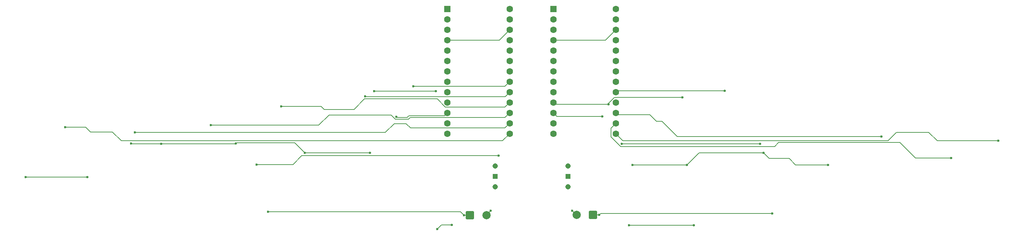
<source format=gbr>
%TF.GenerationSoftware,KiCad,Pcbnew,9.0.1*%
%TF.CreationDate,2025-04-16T23:21:15+03:00*%
%TF.ProjectId,turfing,74757266-696e-4672-9e6b-696361645f70,rev?*%
%TF.SameCoordinates,Original*%
%TF.FileFunction,Copper,L1,Top*%
%TF.FilePolarity,Positive*%
%FSLAX46Y46*%
G04 Gerber Fmt 4.6, Leading zero omitted, Abs format (unit mm)*
G04 Created by KiCad (PCBNEW 9.0.1) date 2025-04-16 23:21:15*
%MOMM*%
%LPD*%
G01*
G04 APERTURE LIST*
G04 Aperture macros list*
%AMRoundRect*
0 Rectangle with rounded corners*
0 $1 Rounding radius*
0 $2 $3 $4 $5 $6 $7 $8 $9 X,Y pos of 4 corners*
0 Add a 4 corners polygon primitive as box body*
4,1,4,$2,$3,$4,$5,$6,$7,$8,$9,$2,$3,0*
0 Add four circle primitives for the rounded corners*
1,1,$1+$1,$2,$3*
1,1,$1+$1,$4,$5*
1,1,$1+$1,$6,$7*
1,1,$1+$1,$8,$9*
0 Add four rect primitives between the rounded corners*
20,1,$1+$1,$2,$3,$4,$5,0*
20,1,$1+$1,$4,$5,$6,$7,0*
20,1,$1+$1,$6,$7,$8,$9,0*
20,1,$1+$1,$8,$9,$2,$3,0*%
G04 Aperture macros list end*
%TA.AperFunction,ComponentPad*%
%ADD10RoundRect,0.250000X-0.550000X-0.550000X0.550000X-0.550000X0.550000X0.550000X-0.550000X0.550000X0*%
%TD*%
%TA.AperFunction,ComponentPad*%
%ADD11C,1.600000*%
%TD*%
%TA.AperFunction,ComponentPad*%
%ADD12R,1.308000X1.308000*%
%TD*%
%TA.AperFunction,ComponentPad*%
%ADD13C,1.308000*%
%TD*%
%TA.AperFunction,SMDPad,CuDef*%
%ADD14C,2.000000*%
%TD*%
%TA.AperFunction,SMDPad,CuDef*%
%ADD15RoundRect,0.200000X-0.800000X0.800000X-0.800000X-0.800000X0.800000X-0.800000X0.800000X0.800000X0*%
%TD*%
%TA.AperFunction,SMDPad,CuDef*%
%ADD16RoundRect,0.200000X0.800000X-0.800000X0.800000X0.800000X-0.800000X0.800000X-0.800000X-0.800000X0*%
%TD*%
%TA.AperFunction,ViaPad*%
%ADD17C,0.600000*%
%TD*%
%TA.AperFunction,Conductor*%
%ADD18C,0.200000*%
%TD*%
G04 APERTURE END LIST*
D10*
%TO.P,MCU_L1,*%
%TO.N,*%
X128030000Y-67060000D03*
D11*
X143270000Y-67060000D03*
%TO.P,MCU_L1,1,TX0/D3*%
%TO.N,unconnected-(MCU_L1-TX0{slash}D3-Pad1)*%
X128030000Y-69600000D03*
%TO.P,MCU_L1,2,RX1/D2*%
%TO.N,unconnected-(MCU_L1-RX1{slash}D2-Pad2)*%
X128030000Y-72140000D03*
%TO.P,MCU_L1,3,GND*%
%TO.N,GND_L*%
X128030000Y-74680000D03*
%TO.P,MCU_L1,4,GND*%
X128030000Y-77220000D03*
%TO.P,MCU_L1,5,2/D1/SDA*%
%TO.N,unconnected-(MCU_L1-2{slash}D1{slash}SDA-Pad5)*%
X128030000Y-79760000D03*
%TO.P,MCU_L1,6,3/D0/SCL*%
%TO.N,unconnected-(MCU_L1-3{slash}D0{slash}SCL-Pad6)*%
X128030000Y-82300000D03*
%TO.P,MCU_L1,7,4/D4*%
%TO.N,unconnected-(MCU_L1-4{slash}D4-Pad7)*%
X128030000Y-84840000D03*
%TO.P,MCU_L1,8,5/C6*%
%TO.N,ROW_L0*%
X128030000Y-87380000D03*
%TO.P,MCU_L1,9,6/D7*%
%TO.N,ROW_L1*%
X128030000Y-89920000D03*
%TO.P,MCU_L1,10,7/E6*%
%TO.N,ROW_L2*%
X128030000Y-92460000D03*
%TO.P,MCU_L1,11,8/B4*%
%TO.N,ROW_L3*%
X128030000Y-95000000D03*
%TO.P,MCU_L1,12,9/B5*%
%TO.N,unconnected-(MCU_L1-9{slash}B5-Pad12)*%
X128030000Y-97540000D03*
%TO.P,MCU_L1,13,B6/10*%
%TO.N,COL_L5*%
X143270000Y-97540000D03*
%TO.P,MCU_L1,14,B2/16*%
%TO.N,COL_L4*%
X143270000Y-95000000D03*
%TO.P,MCU_L1,15,B3/14*%
%TO.N,COL_L3*%
X143270000Y-92460000D03*
%TO.P,MCU_L1,16,B1/15*%
%TO.N,COL_L2*%
X143270000Y-89920000D03*
%TO.P,MCU_L1,17,F7/A0*%
%TO.N,COL_L1*%
X143270000Y-87380000D03*
%TO.P,MCU_L1,18,F6/A1*%
%TO.N,COL_L0*%
X143270000Y-84840000D03*
%TO.P,MCU_L1,19,F5/A2*%
%TO.N,unconnected-(MCU_L1-F5{slash}A2-Pad19)*%
X143270000Y-82300000D03*
%TO.P,MCU_L1,20,F4/A3*%
%TO.N,unconnected-(MCU_L1-F4{slash}A3-Pad20)*%
X143270000Y-79760000D03*
%TO.P,MCU_L1,21,VCC*%
%TO.N,unconnected-(MCU_L1-VCC-Pad21)*%
X143270000Y-77220000D03*
%TO.P,MCU_L1,22,RST*%
%TO.N,RESET_L*%
X143270000Y-74680000D03*
%TO.P,MCU_L1,23,GND*%
%TO.N,GND_L*%
X143270000Y-72140000D03*
%TO.P,MCU_L1,24,RAW*%
%TO.N,RAW_L*%
X143270000Y-69600000D03*
%TD*%
D12*
%TO.P,PW_R1,1*%
%TO.N,Net-(BAT_R1-BAT+)*%
X157491000Y-108000000D03*
D13*
%TO.P,PW_R1,2*%
%TO.N,unconnected-(PW_R1-Pad2)*%
X157491000Y-110540000D03*
%TO.P,PW_R1,3*%
%TO.N,RAW_R*%
X157491000Y-105460000D03*
%TD*%
D14*
%TO.P,BAT_L1,1,BAT+*%
%TO.N,Net-(BAT_L1-BAT+)*%
X137610000Y-117450000D03*
D15*
%TO.P,BAT_L1,2,BAT-*%
%TO.N,GND_L*%
X133610000Y-117450000D03*
%TD*%
D12*
%TO.P,PW_L1,1*%
%TO.N,Net-(BAT_L1-BAT+)*%
X139769000Y-108000000D03*
D13*
%TO.P,PW_L1,2*%
%TO.N,RAW_L*%
X139769000Y-105460000D03*
%TO.P,PW_L1,3*%
%TO.N,unconnected-(PW_L1-Pad3)*%
X139769000Y-110540000D03*
%TD*%
D10*
%TO.P,MCU_R1,*%
%TO.N,*%
X153990000Y-67060000D03*
D11*
X169230000Y-67060000D03*
%TO.P,MCU_R1,1,TX0/D3*%
%TO.N,unconnected-(MCU_R1-TX0{slash}D3-Pad1)*%
X153990000Y-69600000D03*
%TO.P,MCU_R1,2,RX1/D2*%
%TO.N,unconnected-(MCU_R1-RX1{slash}D2-Pad2)*%
X153990000Y-72140000D03*
%TO.P,MCU_R1,3,GND*%
%TO.N,GND_R*%
X153990000Y-74680000D03*
%TO.P,MCU_R1,4,GND*%
X153990000Y-77220000D03*
%TO.P,MCU_R1,5,2/D1/SDA*%
%TO.N,unconnected-(MCU_R1-2{slash}D1{slash}SDA-Pad5)*%
X153990000Y-79760000D03*
%TO.P,MCU_R1,6,3/D0/SCL*%
%TO.N,unconnected-(MCU_R1-3{slash}D0{slash}SCL-Pad6)*%
X153990000Y-82300000D03*
%TO.P,MCU_R1,7,4/D4*%
%TO.N,unconnected-(MCU_R1-4{slash}D4-Pad7)*%
X153990000Y-84840000D03*
%TO.P,MCU_R1,8,5/C6*%
%TO.N,ROW_R0*%
X153990000Y-87380000D03*
%TO.P,MCU_R1,9,6/D7*%
%TO.N,ROW_R1*%
X153990000Y-89920000D03*
%TO.P,MCU_R1,10,7/E6*%
%TO.N,ROW_R2*%
X153990000Y-92460000D03*
%TO.P,MCU_R1,11,8/B4*%
%TO.N,ROW_R3*%
X153990000Y-95000000D03*
%TO.P,MCU_R1,12,9/B5*%
%TO.N,unconnected-(MCU_R1-9{slash}B5-Pad12)*%
X153990000Y-97540000D03*
%TO.P,MCU_R1,13,B6/10*%
%TO.N,COL_R5*%
X169230000Y-97540000D03*
%TO.P,MCU_R1,14,B2/16*%
%TO.N,COL_R4*%
X169230000Y-95000000D03*
%TO.P,MCU_R1,15,B3/14*%
%TO.N,COL_R3*%
X169230000Y-92460000D03*
%TO.P,MCU_R1,16,B1/15*%
%TO.N,COL_R2*%
X169230000Y-89920000D03*
%TO.P,MCU_R1,17,F7/A0*%
%TO.N,COL_R1*%
X169230000Y-87380000D03*
%TO.P,MCU_R1,18,F6/A1*%
%TO.N,COL_R0*%
X169230000Y-84840000D03*
%TO.P,MCU_R1,19,F5/A2*%
%TO.N,unconnected-(MCU_R1-F5{slash}A2-Pad19)*%
X169230000Y-82300000D03*
%TO.P,MCU_R1,20,F4/A3*%
%TO.N,unconnected-(MCU_R1-F4{slash}A3-Pad20)*%
X169230000Y-79760000D03*
%TO.P,MCU_R1,21,VCC*%
%TO.N,unconnected-(MCU_R1-VCC-Pad21)*%
X169230000Y-77220000D03*
%TO.P,MCU_R1,22,RST*%
%TO.N,RESET_R*%
X169230000Y-74680000D03*
%TO.P,MCU_R1,23,GND*%
%TO.N,GND_R*%
X169230000Y-72140000D03*
%TO.P,MCU_R1,24,RAW*%
%TO.N,RAW_R*%
X169230000Y-69600000D03*
%TD*%
D14*
%TO.P,BAT_R1,1,BAT+*%
%TO.N,Net-(BAT_R1-BAT+)*%
X159650000Y-117400000D03*
D16*
%TO.P,BAT_R1,2,BAT-*%
%TO.N,GND_R*%
X163650000Y-117400000D03*
%TD*%
D17*
%TO.N,GND_L*%
X132089100Y-117450000D03*
X84325000Y-116610700D03*
%TO.N,Net-(BAT_L1-BAT+)*%
X138675700Y-116384300D03*
%TO.N,GND_R*%
X207419300Y-117008900D03*
X165158700Y-117400000D03*
%TO.N,Net-(BAT_R1-BAT+)*%
X158571700Y-116321700D03*
%TO.N,ROW_L1*%
X110215100Y-87150900D03*
X125260900Y-87150900D03*
%TO.N,ROW_L2*%
X109202400Y-102186400D03*
X76445000Y-99893800D03*
X40207500Y-108101800D03*
X50826100Y-99899800D03*
X93264800Y-102186400D03*
X115585300Y-93360600D03*
X58202400Y-100044500D03*
X25099100Y-108101800D03*
%TO.N,ROW_L3*%
X129134600Y-119845500D03*
X125602400Y-120851800D03*
%TO.N,ROW_R1*%
X167473400Y-90355600D03*
X185449300Y-88650000D03*
%TO.N,ROW_R2*%
X173300900Y-105144100D03*
X165887800Y-93313300D03*
X205284400Y-102186400D03*
X221008300Y-105144100D03*
X186547300Y-105144100D03*
%TO.N,ROW_R3*%
X188238200Y-119932600D03*
X172450000Y-119932600D03*
%TO.N,COL_L1*%
X107968200Y-88413700D03*
%TO.N,COL_L4*%
X51800000Y-97244900D03*
%TO.N,COL_L5*%
X34800000Y-95973500D03*
%TO.N,COL_L2*%
X87542700Y-90825100D03*
%TO.N,COL_L0*%
X119800000Y-85979600D03*
%TO.N,COL_L3*%
X70353200Y-95462700D03*
%TO.N,COL_R4*%
X251050000Y-103500400D03*
%TO.N,COL_R1*%
X195777500Y-87051600D03*
%TO.N,COL_R2*%
X204393400Y-100032700D03*
X170669800Y-100032700D03*
%TO.N,COL_R5*%
X262592700Y-99259100D03*
%TO.N,COL_R3*%
X234050000Y-98218500D03*
%TO.N,RESET_L*%
X140575100Y-102877800D03*
X81541200Y-105050000D03*
%TD*%
D18*
%TO.N,GND_L*%
X132089100Y-117450000D02*
X131249800Y-116610700D01*
X143270000Y-72140000D02*
X140730000Y-74680000D01*
X140730000Y-74680000D02*
X128030000Y-74680000D01*
X131249800Y-116610700D02*
X84325000Y-116610700D01*
X133610000Y-117450000D02*
X132089100Y-117450000D01*
%TO.N,Net-(BAT_L1-BAT+)*%
X137610000Y-117450000D02*
X138675700Y-116384300D01*
%TO.N,GND_R*%
X165549800Y-117008900D02*
X165158700Y-117400000D01*
X169230000Y-72140000D02*
X166690000Y-74680000D01*
X163650000Y-117400000D02*
X165158700Y-117400000D01*
X166690000Y-74680000D02*
X153990000Y-74680000D01*
X207419300Y-117008900D02*
X165549800Y-117008900D01*
%TO.N,Net-(BAT_R1-BAT+)*%
X159650000Y-117400000D02*
X158571700Y-116321700D01*
%TO.N,ROW_L1*%
X125260900Y-87150900D02*
X110215100Y-87150900D01*
%TO.N,ROW_L2*%
X50970800Y-100044500D02*
X50826100Y-99899800D01*
X118683100Y-93120400D02*
X118235700Y-93567800D01*
X76623100Y-99715700D02*
X90794100Y-99715700D01*
X58202400Y-100044500D02*
X50970800Y-100044500D01*
X40207500Y-108101800D02*
X25099100Y-108101800D01*
X109202400Y-102186400D02*
X93264800Y-102186400D01*
X115792500Y-93567800D02*
X115585300Y-93360600D01*
X76294300Y-100044500D02*
X58202400Y-100044500D01*
X118235700Y-93567800D02*
X115792500Y-93567800D01*
X76445000Y-99893800D02*
X76294300Y-100044500D01*
X90794100Y-99715700D02*
X93264800Y-102186400D01*
X127369600Y-93120400D02*
X118683100Y-93120400D01*
X128030000Y-92460000D02*
X127369600Y-93120400D01*
X76445000Y-99893800D02*
X76623100Y-99715700D01*
%TO.N,ROW_L3*%
X126608700Y-119845500D02*
X129134600Y-119845500D01*
X125602400Y-120851800D02*
X126608700Y-119845500D01*
%TO.N,ROW_R1*%
X167473400Y-90093300D02*
X168916700Y-88650000D01*
X168916700Y-88650000D02*
X185449300Y-88650000D01*
X154425600Y-90355600D02*
X153990000Y-89920000D01*
X167473400Y-90355600D02*
X167473400Y-90093300D01*
X167473400Y-90355600D02*
X154425600Y-90355600D01*
%TO.N,ROW_R2*%
X165887800Y-93313300D02*
X154843300Y-93313300D01*
X206673100Y-103575100D02*
X211533900Y-103575100D01*
X186547300Y-105144100D02*
X189505000Y-102186400D01*
X205284400Y-102186400D02*
X206673100Y-103575100D01*
X213102900Y-105144100D02*
X221008300Y-105144100D01*
X173300900Y-105144100D02*
X186547300Y-105144100D01*
X211533900Y-103575100D02*
X213102900Y-105144100D01*
X189505000Y-102186400D02*
X205284400Y-102186400D01*
X154843300Y-93313300D02*
X153990000Y-92460000D01*
%TO.N,ROW_R3*%
X172450000Y-119932600D02*
X188238200Y-119932600D01*
%TO.N,COL_L1*%
X142167200Y-88482800D02*
X108037300Y-88482800D01*
X143270000Y-87380000D02*
X142167200Y-88482800D01*
X108037300Y-88482800D02*
X107968200Y-88413700D01*
%TO.N,COL_L4*%
X119070500Y-96120500D02*
X118024000Y-95074000D01*
X112936800Y-97244900D02*
X51800000Y-97244900D01*
X143270000Y-95000000D02*
X142149500Y-96120500D01*
X118024000Y-95074000D02*
X115107700Y-95074000D01*
X142149500Y-96120500D02*
X119070500Y-96120500D01*
X115107700Y-95074000D02*
X112936800Y-97244900D01*
%TO.N,COL_L5*%
X48450200Y-99281400D02*
X46283900Y-97115100D01*
X141528600Y-99281400D02*
X48450200Y-99281400D01*
X46283900Y-97115100D02*
X40909200Y-97115100D01*
X40909200Y-97115100D02*
X39767600Y-95973500D01*
X39767600Y-95973500D02*
X34800000Y-95973500D01*
X143270000Y-97540000D02*
X141528600Y-99281400D01*
%TO.N,COL_L2*%
X97283900Y-90825100D02*
X87542700Y-90825100D01*
X125574000Y-89028100D02*
X107845700Y-89028100D01*
X98041300Y-91582500D02*
X97283900Y-90825100D01*
X143270000Y-89920000D02*
X142162700Y-91027300D01*
X105291300Y-91582500D02*
X98041300Y-91582500D01*
X127573200Y-91027300D02*
X125574000Y-89028100D01*
X107845700Y-89028100D02*
X105291300Y-91582500D01*
X142162700Y-91027300D02*
X127573200Y-91027300D01*
%TO.N,COL_L0*%
X142130400Y-85979600D02*
X119800000Y-85979600D01*
X143270000Y-84840000D02*
X142130400Y-85979600D01*
%TO.N,COL_L3*%
X99188500Y-92934000D02*
X114307800Y-92934000D01*
X119003900Y-93567800D02*
X142162200Y-93567800D01*
X70353200Y-95462700D02*
X96659800Y-95462700D01*
X96659800Y-95462700D02*
X99188500Y-92934000D01*
X115343300Y-93969500D02*
X118602200Y-93969500D01*
X142162200Y-93567800D02*
X143270000Y-92460000D01*
X114307800Y-92934000D02*
X115343300Y-93969500D01*
X118602200Y-93969500D02*
X119003900Y-93567800D01*
%TO.N,COL_R4*%
X207970100Y-100656200D02*
X208930500Y-99695800D01*
X170406400Y-100656200D02*
X207970100Y-100656200D01*
X238588100Y-99695800D02*
X242392700Y-103500400D01*
X242392700Y-103500400D02*
X251050000Y-103500400D01*
X169230000Y-95000000D02*
X168059500Y-96170500D01*
X168059500Y-98309300D02*
X170406400Y-100656200D01*
X208930500Y-99695800D02*
X238588100Y-99695800D01*
X168059500Y-96170500D02*
X168059500Y-98309300D01*
%TO.N,COL_R1*%
X169230000Y-87380000D02*
X169558400Y-87051600D01*
X169558400Y-87051600D02*
X195777500Y-87051600D01*
%TO.N,COL_R2*%
X170669800Y-100032700D02*
X204393400Y-100032700D01*
%TO.N,COL_R5*%
X247677900Y-99259100D02*
X245601800Y-97183000D01*
X235690400Y-99241700D02*
X170931700Y-99241700D01*
X262592700Y-99259100D02*
X247677900Y-99259100D01*
X237749100Y-97183000D02*
X235690400Y-99241700D01*
X245601800Y-97183000D02*
X237749100Y-97183000D01*
X170931700Y-99241700D02*
X169230000Y-97540000D01*
%TO.N,COL_R3*%
X177533900Y-92865100D02*
X179150400Y-94481600D01*
X184183300Y-98218500D02*
X234050000Y-98218500D01*
X169635100Y-92865100D02*
X177533900Y-92865100D01*
X179150400Y-94481600D02*
X180446400Y-94481600D01*
X180446400Y-94481600D02*
X184183300Y-98218500D01*
X169230000Y-92460000D02*
X169635100Y-92865100D01*
%TO.N,RESET_L*%
X140575100Y-102877800D02*
X92524700Y-102877800D01*
X92524700Y-102877800D02*
X90352500Y-105050000D01*
X90352500Y-105050000D02*
X81541200Y-105050000D01*
%TD*%
M02*

</source>
